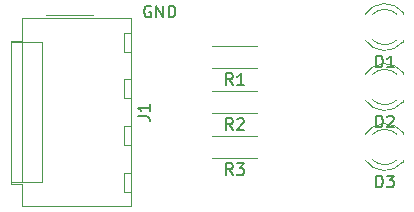
<source format=gbr>
%TF.GenerationSoftware,KiCad,Pcbnew,(5.1.9)-1*%
%TF.CreationDate,2021-01-20T17:58:29+09:00*%
%TF.ProjectId,test3_uno,74657374-335f-4756-9e6f-2e6b69636164,rev?*%
%TF.SameCoordinates,Original*%
%TF.FileFunction,Legend,Top*%
%TF.FilePolarity,Positive*%
%FSLAX46Y46*%
G04 Gerber Fmt 4.6, Leading zero omitted, Abs format (unit mm)*
G04 Created by KiCad (PCBNEW (5.1.9)-1) date 2021-01-20 17:58:29*
%MOMM*%
%LPD*%
G01*
G04 APERTURE LIST*
%ADD10C,0.150000*%
%ADD11C,0.120000*%
G04 APERTURE END LIST*
D10*
X121158095Y-87130000D02*
X121062857Y-87082380D01*
X120920000Y-87082380D01*
X120777142Y-87130000D01*
X120681904Y-87225238D01*
X120634285Y-87320476D01*
X120586666Y-87510952D01*
X120586666Y-87653809D01*
X120634285Y-87844285D01*
X120681904Y-87939523D01*
X120777142Y-88034761D01*
X120920000Y-88082380D01*
X121015238Y-88082380D01*
X121158095Y-88034761D01*
X121205714Y-87987142D01*
X121205714Y-87653809D01*
X121015238Y-87653809D01*
X121634285Y-88082380D02*
X121634285Y-87082380D01*
X122205714Y-88082380D01*
X122205714Y-87082380D01*
X122681904Y-88082380D02*
X122681904Y-87082380D01*
X122920000Y-87082380D01*
X123062857Y-87130000D01*
X123158095Y-87225238D01*
X123205714Y-87320476D01*
X123253333Y-87510952D01*
X123253333Y-87653809D01*
X123205714Y-87844285D01*
X123158095Y-87939523D01*
X123062857Y-88034761D01*
X122920000Y-88082380D01*
X122681904Y-88082380D01*
D11*
%TO.C,R3*%
X130190000Y-99980000D02*
X126350000Y-99980000D01*
X130190000Y-98140000D02*
X126350000Y-98140000D01*
%TO.C,R2*%
X130190000Y-96170000D02*
X126350000Y-96170000D01*
X130190000Y-94330000D02*
X126350000Y-94330000D01*
%TO.C,R1*%
X130190000Y-92360000D02*
X126350000Y-92360000D01*
X130190000Y-90520000D02*
X126350000Y-90520000D01*
%TO.C,J1*%
X119520000Y-88150000D02*
X119520000Y-104070000D01*
X119520000Y-104070000D02*
X110295000Y-104070000D01*
X110295000Y-104070000D02*
X110295000Y-102165000D01*
X110295000Y-102165000D02*
X109290000Y-102165000D01*
X109290000Y-102165000D02*
X109290000Y-90055000D01*
X109290000Y-90055000D02*
X110295000Y-90055000D01*
X110295000Y-90055000D02*
X110295000Y-88150000D01*
X110295000Y-88150000D02*
X119520000Y-88150000D01*
X116300000Y-87860000D02*
X112300000Y-87860000D01*
X109290000Y-90170000D02*
X110290000Y-90170000D01*
X110290000Y-90170000D02*
X110290000Y-102050000D01*
X110290000Y-102050000D02*
X109290000Y-102050000D01*
X110290000Y-90170000D02*
X111960000Y-90170000D01*
X111960000Y-90170000D02*
X111960000Y-102050000D01*
X111960000Y-102050000D02*
X110290000Y-102050000D01*
X119520000Y-89370000D02*
X118920000Y-89370000D01*
X118920000Y-89370000D02*
X118920000Y-90970000D01*
X118920000Y-90970000D02*
X119520000Y-90970000D01*
X119520000Y-93330000D02*
X118920000Y-93330000D01*
X118920000Y-93330000D02*
X118920000Y-94930000D01*
X118920000Y-94930000D02*
X119520000Y-94930000D01*
X119520000Y-97290000D02*
X118920000Y-97290000D01*
X118920000Y-97290000D02*
X118920000Y-98890000D01*
X118920000Y-98890000D02*
X119520000Y-98890000D01*
X119520000Y-101250000D02*
X118920000Y-101250000D01*
X118920000Y-101250000D02*
X118920000Y-102850000D01*
X118920000Y-102850000D02*
X119520000Y-102850000D01*
%TO.C,D3*%
X139928870Y-97980163D02*
G75*
G02*
X142010961Y-97980000I1041130J-1079837D01*
G01*
X139928870Y-100139837D02*
G75*
G03*
X142010961Y-100140000I1041130J1079837D01*
G01*
X139297665Y-97981392D02*
G75*
G02*
X142530000Y-97824484I1672335J-1078608D01*
G01*
X139297665Y-100138608D02*
G75*
G03*
X142530000Y-100295516I1672335J1078608D01*
G01*
X142530000Y-100296000D02*
X142530000Y-100140000D01*
X142530000Y-97980000D02*
X142530000Y-97824000D01*
%TO.C,D2*%
X139928870Y-92900163D02*
G75*
G02*
X142010961Y-92900000I1041130J-1079837D01*
G01*
X139928870Y-95059837D02*
G75*
G03*
X142010961Y-95060000I1041130J1079837D01*
G01*
X139297665Y-92901392D02*
G75*
G02*
X142530000Y-92744484I1672335J-1078608D01*
G01*
X139297665Y-95058608D02*
G75*
G03*
X142530000Y-95215516I1672335J1078608D01*
G01*
X142530000Y-95216000D02*
X142530000Y-95060000D01*
X142530000Y-92900000D02*
X142530000Y-92744000D01*
%TO.C,D1*%
X139928870Y-87820163D02*
G75*
G02*
X142010961Y-87820000I1041130J-1079837D01*
G01*
X139928870Y-89979837D02*
G75*
G03*
X142010961Y-89980000I1041130J1079837D01*
G01*
X139297665Y-87821392D02*
G75*
G02*
X142530000Y-87664484I1672335J-1078608D01*
G01*
X139297665Y-89978608D02*
G75*
G03*
X142530000Y-90135516I1672335J1078608D01*
G01*
X142530000Y-90136000D02*
X142530000Y-89980000D01*
X142530000Y-87820000D02*
X142530000Y-87664000D01*
%TO.C,R3*%
D10*
X128103333Y-101432380D02*
X127770000Y-100956190D01*
X127531904Y-101432380D02*
X127531904Y-100432380D01*
X127912857Y-100432380D01*
X128008095Y-100480000D01*
X128055714Y-100527619D01*
X128103333Y-100622857D01*
X128103333Y-100765714D01*
X128055714Y-100860952D01*
X128008095Y-100908571D01*
X127912857Y-100956190D01*
X127531904Y-100956190D01*
X128436666Y-100432380D02*
X129055714Y-100432380D01*
X128722380Y-100813333D01*
X128865238Y-100813333D01*
X128960476Y-100860952D01*
X129008095Y-100908571D01*
X129055714Y-101003809D01*
X129055714Y-101241904D01*
X129008095Y-101337142D01*
X128960476Y-101384761D01*
X128865238Y-101432380D01*
X128579523Y-101432380D01*
X128484285Y-101384761D01*
X128436666Y-101337142D01*
%TO.C,R2*%
X128103333Y-97622380D02*
X127770000Y-97146190D01*
X127531904Y-97622380D02*
X127531904Y-96622380D01*
X127912857Y-96622380D01*
X128008095Y-96670000D01*
X128055714Y-96717619D01*
X128103333Y-96812857D01*
X128103333Y-96955714D01*
X128055714Y-97050952D01*
X128008095Y-97098571D01*
X127912857Y-97146190D01*
X127531904Y-97146190D01*
X128484285Y-96717619D02*
X128531904Y-96670000D01*
X128627142Y-96622380D01*
X128865238Y-96622380D01*
X128960476Y-96670000D01*
X129008095Y-96717619D01*
X129055714Y-96812857D01*
X129055714Y-96908095D01*
X129008095Y-97050952D01*
X128436666Y-97622380D01*
X129055714Y-97622380D01*
%TO.C,R1*%
X128103333Y-93812380D02*
X127770000Y-93336190D01*
X127531904Y-93812380D02*
X127531904Y-92812380D01*
X127912857Y-92812380D01*
X128008095Y-92860000D01*
X128055714Y-92907619D01*
X128103333Y-93002857D01*
X128103333Y-93145714D01*
X128055714Y-93240952D01*
X128008095Y-93288571D01*
X127912857Y-93336190D01*
X127531904Y-93336190D01*
X129055714Y-93812380D02*
X128484285Y-93812380D01*
X128770000Y-93812380D02*
X128770000Y-92812380D01*
X128674761Y-92955238D01*
X128579523Y-93050476D01*
X128484285Y-93098095D01*
%TO.C,J1*%
X120062380Y-96443333D02*
X120776666Y-96443333D01*
X120919523Y-96490952D01*
X121014761Y-96586190D01*
X121062380Y-96729047D01*
X121062380Y-96824285D01*
X121062380Y-95443333D02*
X121062380Y-96014761D01*
X121062380Y-95729047D02*
X120062380Y-95729047D01*
X120205238Y-95824285D01*
X120300476Y-95919523D01*
X120348095Y-96014761D01*
%TO.C,D3*%
X140231904Y-102472380D02*
X140231904Y-101472380D01*
X140470000Y-101472380D01*
X140612857Y-101520000D01*
X140708095Y-101615238D01*
X140755714Y-101710476D01*
X140803333Y-101900952D01*
X140803333Y-102043809D01*
X140755714Y-102234285D01*
X140708095Y-102329523D01*
X140612857Y-102424761D01*
X140470000Y-102472380D01*
X140231904Y-102472380D01*
X141136666Y-101472380D02*
X141755714Y-101472380D01*
X141422380Y-101853333D01*
X141565238Y-101853333D01*
X141660476Y-101900952D01*
X141708095Y-101948571D01*
X141755714Y-102043809D01*
X141755714Y-102281904D01*
X141708095Y-102377142D01*
X141660476Y-102424761D01*
X141565238Y-102472380D01*
X141279523Y-102472380D01*
X141184285Y-102424761D01*
X141136666Y-102377142D01*
%TO.C,D2*%
X140231904Y-97392380D02*
X140231904Y-96392380D01*
X140470000Y-96392380D01*
X140612857Y-96440000D01*
X140708095Y-96535238D01*
X140755714Y-96630476D01*
X140803333Y-96820952D01*
X140803333Y-96963809D01*
X140755714Y-97154285D01*
X140708095Y-97249523D01*
X140612857Y-97344761D01*
X140470000Y-97392380D01*
X140231904Y-97392380D01*
X141184285Y-96487619D02*
X141231904Y-96440000D01*
X141327142Y-96392380D01*
X141565238Y-96392380D01*
X141660476Y-96440000D01*
X141708095Y-96487619D01*
X141755714Y-96582857D01*
X141755714Y-96678095D01*
X141708095Y-96820952D01*
X141136666Y-97392380D01*
X141755714Y-97392380D01*
%TO.C,D1*%
X140231904Y-92312380D02*
X140231904Y-91312380D01*
X140470000Y-91312380D01*
X140612857Y-91360000D01*
X140708095Y-91455238D01*
X140755714Y-91550476D01*
X140803333Y-91740952D01*
X140803333Y-91883809D01*
X140755714Y-92074285D01*
X140708095Y-92169523D01*
X140612857Y-92264761D01*
X140470000Y-92312380D01*
X140231904Y-92312380D01*
X141755714Y-92312380D02*
X141184285Y-92312380D01*
X141470000Y-92312380D02*
X141470000Y-91312380D01*
X141374761Y-91455238D01*
X141279523Y-91550476D01*
X141184285Y-91598095D01*
%TD*%
M02*

</source>
